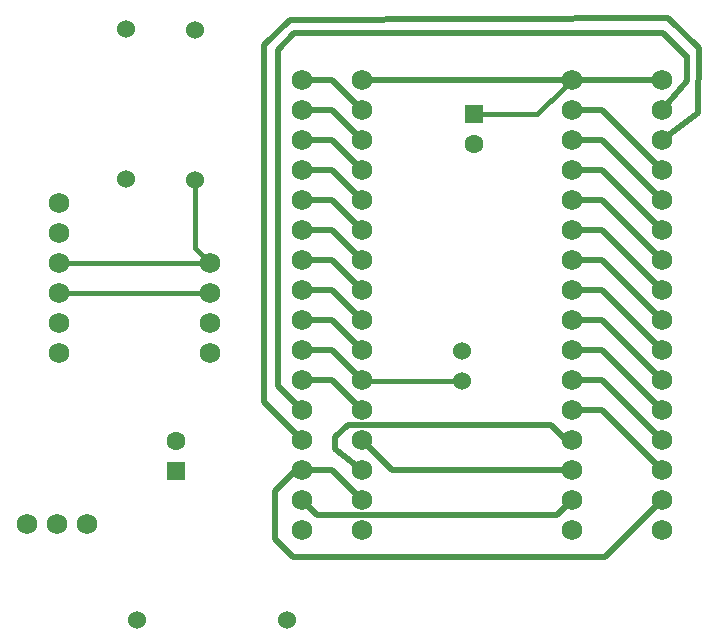
<source format=gtl>
G04 Layer: TopLayer*
G04 EasyEDA v6.5.50, 2025-08-07 17:35:19*
G04 907c9f2fc05643d1a7414bf7d8136ec9,1ea6220676e248c9a5f209c00a71ac29,10*
G04 Gerber Generator version 0.2*
G04 Scale: 100 percent, Rotated: No, Reflected: No *
G04 Dimensions in millimeters *
G04 leading zeros omitted , absolute positions ,4 integer and 5 decimal *
%FSLAX45Y45*%
%MOMM*%

%ADD10C,0.4000*%
%ADD11C,0.5000*%
%ADD12C,1.7500*%
%ADD13C,1.5240*%
%ADD14R,1.6002X1.6002*%
%ADD15C,1.6002*%
%ADD16C,0.0183*%

%LPD*%
D10*
X3809997Y7873987D02*
G01*
X4343397Y7873987D01*
X4575121Y8105706D01*
X3708397Y5613387D02*
G01*
X2916605Y5613387D01*
X292102Y6362687D02*
G01*
X1574802Y6363698D01*
X292102Y6616687D02*
G01*
X1574802Y6617698D01*
X1447802Y7315187D02*
G01*
X1447802Y6744698D01*
X1574802Y6617698D01*
D11*
X2349500Y8166084D02*
G01*
X2603497Y8166084D01*
X2857497Y7912084D01*
X2349573Y7911033D02*
G01*
X2604549Y7911033D01*
X2857497Y7658084D01*
X2349500Y7658084D02*
G01*
X2603500Y7658084D01*
X2857497Y7404087D01*
X2349500Y7404087D02*
G01*
X2603497Y7404087D01*
X2857497Y7150087D01*
X2349500Y7150087D02*
G01*
X2603500Y7150087D01*
X2857500Y6896087D01*
X2349500Y6896087D02*
G01*
X2603497Y6896087D01*
X2857497Y6642087D01*
X2349500Y6642087D02*
G01*
X2603497Y6642087D01*
X2857497Y6388087D01*
X2349500Y6388087D02*
G01*
X2603500Y6388087D01*
X2857497Y6134089D01*
X2349500Y6134089D02*
G01*
X2603497Y6134089D01*
X2857497Y5880089D01*
X2349500Y5880089D02*
G01*
X2603497Y5880089D01*
X2857497Y5626089D01*
X2349500Y5626089D02*
G01*
X2603497Y5626089D01*
X2857497Y5372089D01*
X2349500Y4864092D02*
G01*
X2603497Y4864092D01*
X2857497Y4610092D01*
X2857500Y5118084D02*
G01*
X3111500Y4864084D01*
X4635500Y4864084D01*
X2349500Y4610084D02*
G01*
X2476500Y4483084D01*
X4508500Y4483084D01*
X4635500Y4610084D01*
X4635494Y8166084D02*
G01*
X5397492Y8166084D01*
X2857497Y8166084D02*
G01*
X4635494Y8166084D01*
X5397500Y7912084D02*
G01*
X5397492Y7912084D01*
X5613400Y8153384D01*
X5613400Y8369284D01*
X5600700Y8369284D01*
X5410200Y8559784D01*
X2286000Y8559784D01*
X2146300Y8420084D01*
X2146300Y5575284D01*
X2349500Y5372084D01*
X5397500Y7658084D02*
G01*
X5397492Y7658084D01*
X5702300Y7886684D01*
X5715000Y8432784D01*
X5448292Y8686784D01*
X2247900Y8674084D01*
X2032000Y8458184D01*
X2032000Y5435584D01*
X2349500Y5118084D01*
X4635494Y7912084D02*
G01*
X4889494Y7912084D01*
X5397492Y7404087D01*
X4635494Y7658084D02*
G01*
X4889494Y7658084D01*
X5397492Y7150087D01*
X4635494Y7404087D02*
G01*
X4889492Y7404087D01*
X5397492Y6896087D01*
X4635494Y7150087D02*
G01*
X4889494Y7150087D01*
X5397494Y6642087D01*
X4635494Y6896087D02*
G01*
X4889492Y6896087D01*
X5397492Y6388087D01*
X4635494Y6642087D02*
G01*
X4889494Y6642087D01*
X5397492Y6134089D01*
X4635494Y6388087D02*
G01*
X4889497Y6388087D01*
X5397494Y5880089D01*
X4635494Y6134089D02*
G01*
X4889494Y6134089D01*
X5397494Y5626089D01*
X4635494Y5880089D02*
G01*
X4889494Y5880089D01*
X5397494Y5372089D01*
X4635494Y5626089D02*
G01*
X4889494Y5626089D01*
X5397494Y5118089D01*
X4635494Y5372089D02*
G01*
X4889497Y5372089D01*
X5397494Y4864092D01*
X2349500Y4864092D02*
G01*
X2298700Y4864092D01*
X2120900Y4686292D01*
X2120900Y4279892D01*
X2273300Y4127492D01*
X4914892Y4127492D01*
X5397492Y4610092D01*
X4635494Y5118089D02*
G01*
X4584694Y5118089D01*
X4457694Y5245089D01*
X2743197Y5245089D01*
X2628900Y5143489D01*
X2628900Y5041889D01*
X2857497Y4864092D01*
D12*
G01*
X1574800Y6617700D03*
G01*
X1574800Y6363700D03*
G01*
X1574800Y6109700D03*
G01*
X1574800Y5855700D03*
D13*
G01*
X858794Y8597884D03*
G01*
X858794Y7327884D03*
D12*
G01*
X2349500Y8166084D03*
G01*
X2349576Y7911043D03*
G01*
X2349500Y7658084D03*
G01*
X2349500Y7404084D03*
G01*
X2349500Y7150084D03*
G01*
X2349500Y6896084D03*
G01*
X2349500Y6642084D03*
G01*
X2349500Y6388084D03*
G01*
X2349500Y6134084D03*
G01*
X2349500Y5880084D03*
G01*
X2349500Y5626084D03*
G01*
X2349500Y5372084D03*
G01*
X2349500Y5118084D03*
G01*
X2349500Y4864084D03*
G01*
X2349500Y4610084D03*
G01*
X2349500Y4356084D03*
G01*
X4635500Y4356084D03*
G01*
X4635500Y4610084D03*
G01*
X4635500Y4864084D03*
G01*
X4635500Y5118084D03*
G01*
X4635500Y5372084D03*
G01*
X4635500Y5626084D03*
G01*
X4635500Y5880084D03*
G01*
X4635500Y6134084D03*
G01*
X4635500Y6388084D03*
G01*
X4635500Y6642084D03*
G01*
X4635500Y6896084D03*
G01*
X4635500Y7150084D03*
G01*
X4635500Y7404084D03*
G01*
X4635500Y7658084D03*
G01*
X4635500Y7912084D03*
G01*
X4635500Y8166084D03*
G01*
X5397500Y8166084D03*
G01*
X2857500Y8166084D03*
G01*
X2857500Y7912084D03*
G01*
X2857500Y7658084D03*
G01*
X2857500Y7404084D03*
G01*
X2857500Y7150084D03*
G01*
X2857500Y6896084D03*
G01*
X2857500Y6642084D03*
G01*
X2857500Y6388084D03*
G01*
X2857500Y6134084D03*
G01*
X2857500Y5880084D03*
G01*
X2857500Y5626084D03*
G01*
X2857500Y5372084D03*
G01*
X2857500Y4610084D03*
G01*
X2857500Y5118084D03*
G01*
X2857500Y4864084D03*
G01*
X2857500Y4356084D03*
G01*
X5397500Y7912084D03*
G01*
X5397500Y7658084D03*
G01*
X5397500Y7404084D03*
G01*
X5397500Y7150084D03*
G01*
X5397500Y6896084D03*
G01*
X5397500Y6642084D03*
G01*
X5397500Y6388084D03*
G01*
X5397500Y6134084D03*
G01*
X5397500Y5880084D03*
G01*
X5397500Y5626084D03*
G01*
X5397500Y5372084D03*
G01*
X5397500Y5118084D03*
G01*
X5397500Y4864084D03*
G01*
X5397500Y4610084D03*
G01*
X5397500Y4356084D03*
D14*
G01*
X3810000Y7873984D03*
D15*
G01*
X3810000Y7619984D03*
D14*
G01*
X1282700Y4851384D03*
D15*
G01*
X1282700Y5105384D03*
D12*
G01*
X533400Y4406884D03*
G01*
X279400Y4406884D03*
G01*
X25400Y4406884D03*
D13*
G01*
X1447800Y8585184D03*
G01*
X1447800Y7315184D03*
G01*
X2222500Y3594084D03*
G01*
X952500Y3594084D03*
G01*
X3708400Y5867384D03*
G01*
X3708400Y5613384D03*
D12*
G01*
X292100Y7124684D03*
G01*
X292100Y6870684D03*
G01*
X292100Y6616684D03*
G01*
X292100Y6362684D03*
G01*
X292100Y6108684D03*
G01*
X292100Y5854684D03*
M02*

</source>
